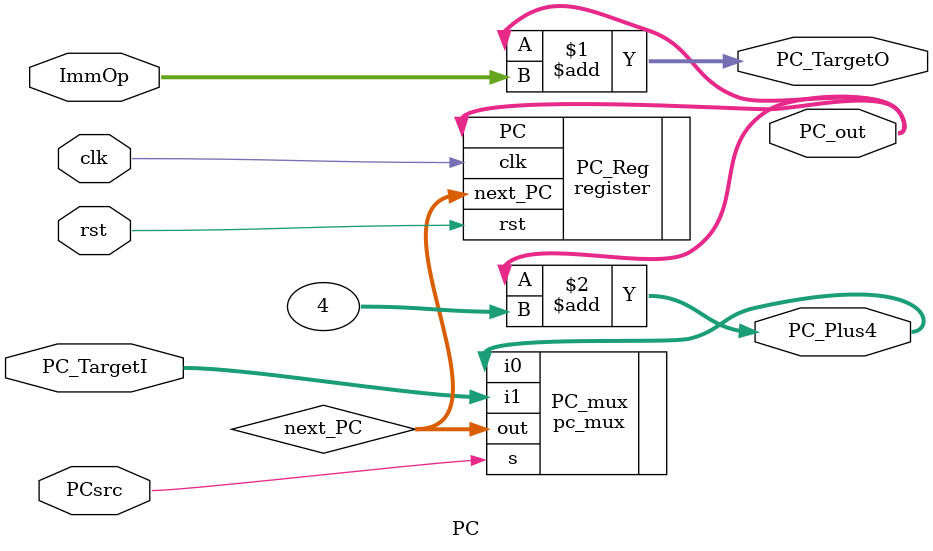
<source format=sv>
module PC#(
    parameter WIDTH = 32
)(

    input  logic                     clk,
    input  logic                     rst,
    input  logic    [WIDTH-1:0]      PC_TargetI,                      
    input  logic                     PCsrc,        // select for mux
    input  logic    [WIDTH-1:0]      ImmOp,        // imm ofsset for branch instructions
    output logic    [WIDTH-1:0]      PC_out,       // PC Counter
    output logic    [WIDTH-1:0]      PC_Plus4,      // PC + 4 (for return address)
    output logic    [WIDTH-1:0]      PC_TargetO    // PC Target
);

    // intermediate vals
    //logic [WIDTH-1:0]   inc_PC;       // result of PC + 4 
    logic [WIDTH-1:0]   next_PC;      // result from select line

    assign PC_TargetO = PC_out + ImmOp;
    assign PC_Plus4 = PC_out + 32'b100;


    // Instantiate modules
    pc_mux PC_mux (

        .i1(PC_TargetI),
        .i0(PC_Plus4),
        .s(PCsrc),
        .out(next_PC)
    );

    register PC_Reg (

        .clk(clk),
        .rst(rst),
        .next_PC(next_PC),
        .PC(PC_out)
    );

endmodule

</source>
